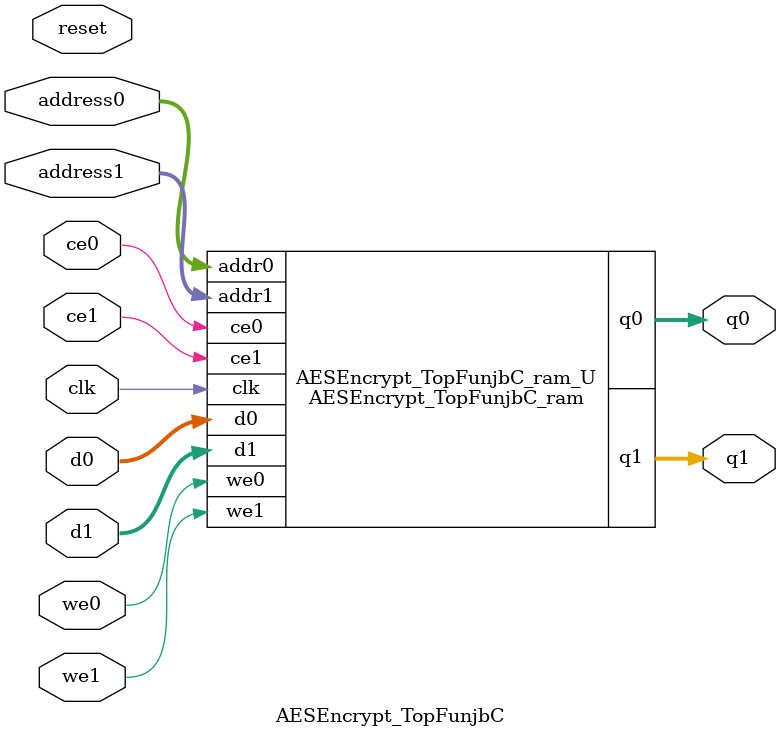
<source format=v>

`timescale 1 ns / 1 ps
module AESEncrypt_TopFunjbC_ram (addr0, ce0, d0, we0, q0, addr1, ce1, d1, we1, q1,  clk);

parameter DWIDTH = 8;
parameter AWIDTH = 4;
parameter MEM_SIZE = 16;

input[AWIDTH-1:0] addr0;
input ce0;
input[DWIDTH-1:0] d0;
input we0;
output reg[DWIDTH-1:0] q0;
input[AWIDTH-1:0] addr1;
input ce1;
input[DWIDTH-1:0] d1;
input we1;
output reg[DWIDTH-1:0] q1;
input clk;

(* ram_style = "block" *)reg [DWIDTH-1:0] ram[0:MEM_SIZE-1];




always @(posedge clk)  
begin 
    if (ce0) 
    begin
        if (we0) 
        begin 
            ram[addr0] <= d0; 
            q0 <= d0;
        end 
        else 
            q0 <= ram[addr0];
    end
end


always @(posedge clk)  
begin 
    if (ce1) 
    begin
        if (we1) 
        begin 
            ram[addr1] <= d1; 
            q1 <= d1;
        end 
        else 
            q1 <= ram[addr1];
    end
end


endmodule


`timescale 1 ns / 1 ps
module AESEncrypt_TopFunjbC(
    reset,
    clk,
    address0,
    ce0,
    we0,
    d0,
    q0,
    address1,
    ce1,
    we1,
    d1,
    q1);

parameter DataWidth = 32'd8;
parameter AddressRange = 32'd16;
parameter AddressWidth = 32'd4;
input reset;
input clk;
input[AddressWidth - 1:0] address0;
input ce0;
input we0;
input[DataWidth - 1:0] d0;
output[DataWidth - 1:0] q0;
input[AddressWidth - 1:0] address1;
input ce1;
input we1;
input[DataWidth - 1:0] d1;
output[DataWidth - 1:0] q1;



AESEncrypt_TopFunjbC_ram AESEncrypt_TopFunjbC_ram_U(
    .clk( clk ),
    .addr0( address0 ),
    .ce0( ce0 ),
    .d0( d0 ),
    .we0( we0 ),
    .q0( q0 ),
    .addr1( address1 ),
    .ce1( ce1 ),
    .d1( d1 ),
    .we1( we1 ),
    .q1( q1 ));

endmodule


</source>
